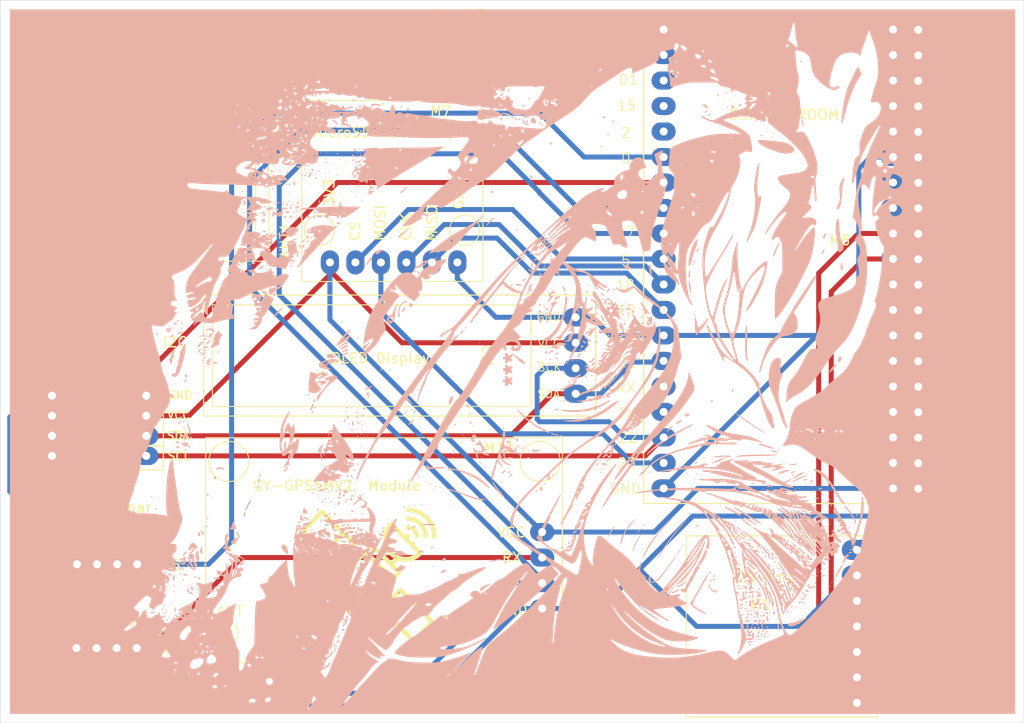
<source format=kicad_pcb>
(kicad_pcb (version 20240108) (generator "pcbnew") (generator_version "8.0")
  (layers (0 "F.Cu" signal) (31 "B.Cu" signal) (34 "B.Paste" user) (35 "F.Paste" user) (36 "B.SilkS" user "B.Silkscreen") (37 "F.SilkS" user "F.Silkscreen") (38 "B.Mask" user) (39 "F.Mask" user) (44 "Edge.Cuts" user))
  (net 0 "")
  (net 1 "GND")
  (net 2 "Net-(M1-DIN)")
  (net 3 "Net-(M1-BCLK)")
  (net 4 "+5V")
  (net 5 "Net-(M1-LRC)")
  (net 6 "+3V3")
  (net 7 "Net-(M2-SDA)")
  (net 8 "Net-(M5-SIG)")
  (net 9 "Net-(M5-NC)")
  (net 10 "Net-(M6-34)")
  (net 11 "Net-(M10-TX)")
  (net 12 "Net-(M6-CMD)")
  (net 14 "Net-(M6-18)")
  (net 16 "Net-(M6-14)")
  (net 17 "Net-(M6-VP)")
  (net 18 "Net-(M6-33)")
  (net 20 "Net-(M6-19)")
  (net 21 "Net-(M6-D3)")
  (net 22 "Net-(M6-35)")
  (net 23 "Net-(M10-RX)")
  (net 24 "Net-(M6-12)")
  (net 26 "Net-(M6-5)")
  (net 27 "Net-(M6-VN)")
  (net 28 "Net-(M6-D2)")
  (net 29 "Net-(M6-13)")
  (net 32 "Net-(M6-32)")
  (net 33 "Net-(M6-EN)")
  (net 35 "Net-(M6-23)")
  (net 37 "Net-(M2-SCK)")
  (footprint "Mario_Library:GY-GPS6MV2_Module" (layer "F.Cu") (at 174.566 87.05 90)
    (property "Reference" "M10" (at 12.2 10.434 0) (layer "F.SilkS"))
    (property "Value" "~" (hide yes))
    (fp_text user "ANT" (at -4.65 -17.766 0) (layer "F.SilkS") (effects (font (thickness 0.1)) (justify left bottom)))
    (fp_text user "VCC" (at 3.2 10.134 0) (layer "F.SilkS") (effects (justify left bottom)))
    (fp_text user "TX" (at -1.85 10.934 0) (layer "F.SilkS") (effects (justify left bottom)))
    (fp_text user "GND" (at -4.55 10.134 0) (layer "F.SilkS") (effects (justify left bottom)))
    (fp_text user "RX" (at 0.7 10.634 0) (layer "F.SilkS") (effects (justify left bottom)))
    (fp_text user "GY-GPS5MV2  Module" (at 7.85 -14.216 0) (layer "F.SilkS") (effects (justify left bottom)))
    (pad "1" thru_hole oval (at -3.81 14.732 90) (size 1.8 2.4) (drill 0.8) (layers "*.Cu" "*.Mask") (net 1 "GND"))
    (pad "2" thru_hole oval (at -1.27 14.732 90) (size 1.8 2.4) (drill 0.8) (layers "*.Cu" "*.Mask") (net 11 "Net-(M10-TX)"))
    (pad "3" thru_hole oval (at 1.27 14.732 90) (size 1.8 2.4) (drill 0.8) (layers "*.Cu" "*.Mask") (net 23 "Net-(M10-RX)"))
    (pad "4" thru_hole oval (at 3.81 14.732 90) (size 1.8 2.4) (drill 0.8) (layers "*.Cu" "*.Mask") (net 6 "+3V3"))
  )
  (footprint "Mario_Library:esp32_extra" (layer "F.Cu") (at 226.52 56.14)
    (property "Reference" "M8" (at -7.575 -1.975 0) (layer "F.SilkS"))
    (property "Value" "~")
    (fp_text user "26" (at 4.33 0.41 0) (layer "F.SilkS") (effects (font (thickness 0.1)) (justify left bottom)))
    (fp_text user "34" (at 4.13 13.21 0) (layer "F.SilkS") (effects (font (thickness 0.1)) (justify left bottom)))
    (fp_text user "13" (at 4.63 -12.24 0) (layer "F.SilkS") (effects (font (thickness 0.1)) (justify left bottom)))
    (fp_text user "25" (at 4.28 3.01 0) (layer "F.SilkS") (effects (font (thickness 0.1)) (justify left bottom)))
    (fp_text user "33" (at 4.18 5.56 0) (layer "F.SilkS") (effects (font (thickness 0.1)) (justify left bottom)))
    (fp_text user "VN" (at 4.13 15.71 0) (layer "F.SilkS") (effects (font (thickness 0.1)) (justify left bottom)))
    (fp_text user "12" (at 4.33 -7.34 0) (layer "F.SilkS") (effects (font (thickness 0.1)) (justify left bottom)))
    (fp_text user "27" (at 4.28 -1.99 0) (layer "F.SilkS") (effects (font (thickness 0.1)) (justify left bottom)))
    (fp_text user "14" (at 4.33 -4.69 0) (layer "F.SilkS") (effects (font (thickness 0.1)) (justify left bottom)))
    (fp_text user "3V3" (at 3.88 23.41 0) (layer "F.SilkS") (effects (font (thickness 0.1)) (justify left bottom)))
    (fp_text user "D3" (at 4.68 -17.29 0) (layer "F.SilkS") (effects (font (thickness 0.1)) (justify left bottom)))
    (fp_text user "EN" (at 4.03 20.81 0) (layer "F.SilkS") (effects (font (thickness 0.1)) (justify left bottom)))
    (fp_text user "35" (at 4.13 10.66 0) (layer "F.SilkS") (effects (font (thickness 0.1)) (justify left bottom)))
    (fp_text user "32" (at 4.18 8.01 0) (layer "F.SilkS") (effects (font (thickness 0.1)) (justify left bottom)))
    (fp_text user "D2" (at 4.78 -14.79 0) (layer "F.SilkS") (effects (font (thickness 0.1)) (justify left bottom)))
    (fp_text user "CMD" (at 4.18 -19.89 0) (layer "F.SilkS") (effects (font (thickness 0.1)) (justify left bottom)))
    (fp_text user "GND" (at 4.18 -9.89 0) (layer "F.SilkS") (effects (font (thickness 0.1)) (justify left bottom)))
    (fp_text user "5V" (at 4.68 -22.34 0) (layer "F.SilkS") (effects (font (thickness 0.1)) (justify left bottom)))
    (fp_text user "VP" (at 4.18 18.21 0) (layer "F.SilkS") (effects (font (thickness 0.1)) (justify left bottom)))
    (pad "1" thru_hole oval (at 0.25 22.78 90) (size 1.8 1.8) (drill 0.8) (layers "*.Cu" "*.Mask") (net 6 "+3V3"))
    (pad "2" thru_hole oval (at 0.25 20.24 90) (size 1.8 1.8) (drill 0.8) (layers "*.Cu" "*.Mask") (net 33 "Net-(M6-EN)"))
    (pad "3" thru_hole oval (at 0.25 17.7 90) (size 1.8 1.8) (drill 0.8) (layers "*.Cu" "*.Mask") (net 17 "Net-(M6-VP)"))
    (pad "4" thru_hole oval (at 0.25 15.16 90) (size 1.8 1.8) (drill 0.8) (layers "*.Cu" "*.Mask") (net 27 "Net-(M6-VN)"))
    (pad "5" thru_hole oval (at 0.25 12.62 90) (size 1.8 1.8) (drill 0.8) (layers "*.Cu" "*.Mask") (net 10 "Net-(M6-34)"))
    (pad "6" thru_hole oval (at 0.25 10.08 90) (size 1.8 1.8) (drill 0.8) (layers "*.Cu" "*.Mask") (net 22 "Net-(M6-35)"))
    (pad "7" thru_hole oval (at 0.25 7.54 90) (size 1.8 1.8) (drill 0.8) (layers "*.Cu" "*.Mask") (net 32 "Net-(M6-32)"))
    (pad "8" thru_hole oval (at 0.25 5 90) (size 1.8 1.8) (drill 0.8) (layers "*.Cu" "*.Mask") (net 18 "Net-(M6-33)"))
    (pad "9" thru_hole oval (at 0.25 2.46 90) (size 1.8 1.8) (drill 0.8) (layers "*.Cu" "*.Mask") (net 2 "Net-(M1-DIN)"))
    (pad "10" thru_hole oval (at 0.25 -0.08 90) (size 1.8 1.8) (drill 0.8) (layers "*.Cu" "*.Mask") (net 3 "Net-(M1-BCLK)"))
    (pad "11" thru_hole oval (at 0.25 -2.62 90) (size 1.8 1.8) (drill 0.8) (layers "*.Cu" "*.Mask") (net 5 "Net-(M1-LRC)"))
    (pad "12" thru_hole oval (at 0.25 -5.16 90) (size 1.8 1.8) (drill 0.8) (layers "*.Cu" "*.Mask") (net 16 "Net-(M6-14)"))
    (pad "13" thru_hole oval (at 0.25 -7.7 90) (size 1.8 1.8) (drill 0.8) (layers "*.Cu" "*.Mask") (net 24 "Net-(M6-12)"))
    (pad "14" thru_hole oval (at 0.25 -10.24 90) (size 1.8 1.8) (drill 0.8) (layers "*.Cu" "*.Mask") (net 1 "GND"))
    (pad "15" thru_hole oval (at 0.25 -12.78 90) (size 1.8 1.8) (drill 0.8) (layers "*.Cu" "*.Mask") (net 29 "Net-(M6-13)"))
    (pad "16" thru_hole oval (at 0.25 -15.32 90) (size 1.8 1.8) (drill 0.8) (layers "*.Cu" "*.Mask") (net 28 "Net-(M6-D2)"))
    (pad "17" thru_hole oval (at 0.25 -17.86 90) (size 1.8 1.8) (drill 0.8) (layers "*.Cu" "*.Mask") (net 21 "Net-(M6-D3)"))
    (pad "18" thru_hole oval (at 0.25 -20.4 90) (size 1.8 1.8) (drill 0.8) (layers "*.Cu" "*.Mask") (net 12 "Net-(M6-CMD)"))
    (pad "19" thru_hole oval (at 0.25 -22.94 90) (size 1.8 1.8) (drill 0.8) (layers "*.Cu" "*.Mask") (net 4 "+5V"))
  )
  (footprint "Mario_Library:GPS_Antenna" (layer "F.Cu") (at 149.55 43.3)
    (property "Reference" "ANT1" (at 14.13 10.88 90) (layer "F.SilkS") (effects (font (thickness 0.1))))
    (property "Value" "~" (hide yes))
    (fp_text user "GPS Antenna" (at -4.93 -8.43 0) (layer "F.SilkS") (effects (justify left bottom)))
  )
  (footprint "Mario_Library:Sonar_updated" (layer "F.Cu") (at 145.95 86.45 180)
    (property "Reference" "M5" (at -6.3 -0.1 0) (layer "F.SilkS"))
    (property "Value" "~")
    (fp_text user "GND" (at 4.45 3.25 0) (layer "F.SilkS") (effects (font (size 0.8 0.8) (thickness 0.15) (bold yes)) (justify left bottom)))
    (fp_text user "VCC" (at 2.2 2.1 0) (layer "F.SilkS") (effects (font (size 0.8 0.8) (thickness 0.15) (bold yes)) (justify left bottom)))
    (fp_text user "TRIG" (at -1.75 2.25 0) (layer "F.SilkS") (effects (font (size 0.8 0.8) (thickness 0.15) (bold yes)) (justify left bottom)))
    (fp_text user "NC" (at -0.15 3.35 0) (layer "F.SilkS") (effects (font (size 0.8 0.8) (thickness 0.15) (bold yes)) (justify left bottom)))
    (pad "1" thru_hole oval (at -3 0 180) (size 1.8 2.4) (drill 0.8) (layers "*.Cu" "*.Mask") (net 8 "Net-(M5-SIG)"))
    (pad "2" thru_hole oval (at -1 0 180) (size 1.8 2.4) (drill 0.8) (layers "*.Cu" "*.Mask") (net 9 "Net-(M5-NC)"))
    (pad "3" thru_hole oval (at 1 0 180) (size 1.8 2.4) (drill 0.8) (layers "*.Cu" "*.Mask") (net 6 "+3V3"))
    (pad "4" thru_hole oval (at 3 0 180) (size 1.8 2.4) (drill 0.8) (layers "*.Cu" "*.Mask") (net 1 "GND"))
  )
  (footprint "Mario_Library:ESP-WROOM-32_Dev_Module_Narrow" (layer "F.Cu") (at 213.72 55.14)
    (property "Reference" "M6" (at -0.12 -18.29 0) (layer "F.SilkS"))
    (property "Value" "~")
    (pad "1" thru_hole oval (at -12.32 -21.97 270) (size 1.8 2.4) (drill 0.8) (layers "*.Cu" "*.Mask"))
    (pad "2" thru_hole oval (at -12.32 -19.43 270) (size 1.8 2.4) (drill 0.8) (layers "*.Cu" "*.Mask"))
    (pad "3" thru_hole oval (at -12.32 -16.89 270) (size 1.8 2.4) (drill 0.8) (layers "*.Cu" "*.Mask"))
    (pad "4" thru_hole oval (at -12.32 -14.35 270) (size 1.8 2.4) (drill 0.8) (layers "*.Cu" "*.Mask"))
    (pad "5" thru_hole oval (at -12.32 -11.81 270) (size 1.8 2.4) (drill 0.8) (layers "*.Cu" "*.Mask"))
    (pad "6" thru_hole oval (at -12.32 -9.27 270) (size 1.8 2.4) (drill 0.8) (layers "*.Cu" "*.Mask") (net 8 "Net-(M5-SIG)"))
    (pad "7" thru_hole oval (at -12.32 -6.73 270) (size 1.8 2.4) (drill 0.8) (layers "*.Cu" "*.Mask") (net 9 "Net-(M5-NC)"))
    (pad "8" thru_hole oval (at -12.32 -4.19 270) (size 1.8 2.4) (drill 0.8) (layers "*.Cu" "*.Mask") (net 11 "Net-(M10-TX)"))
    (pad "9" thru_hole oval (at -12.32 -1.65 270) (size 1.8 2.4) (drill 0.8) (layers "*.Cu" "*.Mask") (net 23 "Net-(M10-RX)"))
    (pad "10" thru_hole oval (at -12.32 0.89 270) (size 1.8 2.4) (drill 0.8) (layers "*.Cu" "*.Mask") (net 26 "Net-(M6-5)"))
    (pad "11" thru_hole oval (at -12.32 3.43 270) (size 1.8 2.4) (drill 0.8) (layers "*.Cu" "*.Mask") (net 14 "Net-(M6-18)"))
    (pad "12" thru_hole oval (at -12.32 5.97 270) (size 1.8 2.4) (drill 0.8) (layers "*.Cu" "*.Mask") (net 20 "Net-(M6-19)"))
    (pad "13" thru_hole oval (at -12.32 8.51 270) (size 1.8 2.4) (drill 0.8) (layers "*.Cu" "*.Mask") (net 1 "GND"))
    (pad "14" thru_hole oval (at -12.32 11.05 270) (size 1.8 2.4) (drill 0.8) (layers "*.Cu" "*.Mask") (net 7 "Net-(M2-SDA)"))
    (pad "15" thru_hole oval (at -12.32 13.59 270) (size 1.8 2.4) (drill 0.8) (layers "*.Cu" "*.Mask"))
    (pad "16" thru_hole oval (at -12.32 16.13 270) (size 1.8 2.4) (drill 0.8) (layers "*.Cu" "*.Mask"))
    (pad "17" thru_hole oval (at -12.32 18.67 270) (size 1.8 2.4) (drill 0.8) (layers "*.Cu" "*.Mask") (net 37 "Net-(M2-SCK)"))
    (pad "18" thru_hole oval (at -12.32 21.21 270) (size 1.8 2.4) (drill 0.8) (layers "*.Cu" "*.Mask") (net 35 "Net-(M6-23)"))
    (pad "19" thru_hole oval (at -12.32 23.75 270) (size 1.8 2.4) (drill 0.8) (layers "*.Cu" "*.Mask") (net 1 "GND"))
    (pad "20" thru_hole oval (at 10.54 23.75 270) (size 1.8 2.4) (drill 0.8) (layers "*.Cu" "*.Mask") (net 6 "+3V3"))
    (pad "21" thru_hole oval (at 10.54 21.21 270) (size 1.8 2.4) (drill 0.8) (layers "*.Cu" "*.Mask") (net 33 "Net-(M6-EN)"))
    (pad "22" thru_hole oval (at 10.54 18.67 270) (size 1.8 2.4) (drill 0.8) (layers "*.Cu" "*.Mask") (net 17 "Net-(M6-VP)"))
    (pad "23" thru_hole oval (at 10.54 16.13 270) (size 1.8 2.4) (drill 0.8) (layers "*.Cu" "*.Mask") (net 27 "Net-(M6-VN)"))
    (pad "24" thru_hole oval (at 10.54 13.59 270) (size 1.8 2.4) (drill 0.8) (layers "*.Cu" "*.Mask") (net 10 "Net-(M6-34)"))
    (pad "25" thru_hole oval (at 10.54 11.05 270) (size 1.8 2.4) (drill 0.8) (layers "*.Cu" "*.Mask") (net 22 "Net-(M6-35)"))
    (pad "26" thru_hole oval (at 10.54 8.51 270) (size 1.8 2.4) (drill 0.8) (layers "*.Cu" "*.Mask") (net 32 "Net-(M6-32)"))
    (pad "27" thru_hole oval (at 10.54 5.97 270) (size 1.8 2.4) (drill 0.8) (layers "*.Cu" "*.Mask") (net 18 "Net-(M6-33)"))
    (pad "28" thru_hole oval (at 10.54 3.43 270) (size 1.8 2.4) (drill 0.8) (layers "*.Cu" "*.Mask") (net 2 "Net-(M1-DIN)"))
    (pad "29" thru_hole oval (at 10.54 0.89 270) (size 1.8 2.4) (drill 0.8) (layers "*.Cu" "*.Mask") (net 3 "Net-(M1-BCLK)"))
    (pad "30" thru_hole oval (at 10.54 -1.65 270) (size 1.8 2.4) (drill 0.8) (layers "*.Cu" "*.Mask") (net 5 "Net-(M1-LRC)"))
    (pad "31" thru_hole oval (at 10.54 -4.19 270) (size 1.8 2.4) (drill 0.8) (layers "*.Cu" "*.Mask") (net 16 "Net-(M6-14)"))
    (pad "32" thru_hole oval (at 10.54 -6.73 270) (size 1.8 2.4) (drill 0.8) (layers "*.Cu" "*.Mask") (net 24 "Net-(M6-12)"))
    (pad "33" thru_hole oval (at 10.54 -9.27 270) (size 1.8 2.4) (drill 0.8) (layers "*.Cu" "*.Mask") (net 1 "GND"))
    (pad "34" thru_hole oval (at 10.54 -11.81 270) (size 1.8 2.4) (drill 0.8) (layers "*.Cu" "*.Mask") (net 29 "Net-(M6-13)"))
    (pad "35" thru_hole oval (at 10.54 -14.35 270) (size 1.8 2.4) (drill 0.8) (layers "*.Cu" "*.Mask") (net 28 "Net-(M6-D2)"))
    (pad "36" thru_hole oval (at 10.54 -16.89 270) (size 1.8 2.4) (drill 0.8) (layers "*.Cu" "*.Mask") (net 21 "Net-(M6-D3)"))
    (pad "37" thru_hole oval (at 10.54 -19.43 270) (size 1.8 2.4) (drill 0.8) (layers "*.Cu" "*.Mask") (net 12 "Net-(M6-CMD)"))
    (pad "38" thru_hole oval (at 10.54 -21.97 270) (size 1.8 2.4) (drill 0.8) (layers "*.Cu" "*.Mask") (net 4 "+5V"))
  )
  (footprint "Mario_Library:I2C_updated" (layer "F.Cu") (at 149.85 72.65 90)
    (property "Reference" "M3" (at 6.25 0 0) (layer "F.SilkS"))
    (property "Value" "~")
    (fp_text user "SDA" (at -1.45 1.95 0) (layer "F.SilkS") (effects (font (size 0.8 0.8) (thickness 0.15) (bold yes)) (justify left bottom)))
    (fp_text user "VCC" (at 0.6 2 0) (layer "F.SilkS") (effects (font (size 0.8 0.8) (thickness 0.15) (bold yes)) (justify left bottom)))
    (fp_text user "SCL" (at -3.5 2.05 0) (layer "F.SilkS") (effects (font (size 0.8 0.8) (thickness 0.15) (bold yes)) (justify left bottom)))
    (fp_text user "GND" (at 2.6 2.05 0) (layer "F.SilkS") (effects (font (size 0.8 0.8) (thickness 0.15) (bold yes)) (justify left bottom)))
    (pad "1" thru_hole oval (at -3 0 90) (size 1.8 2.4) (drill 0.8) (layers "*.Cu" "*.Mask") (net 37 "Net-(M2-SCK)"))
    (pad "2" thru_hole oval (at -1 0 90) (size 1.8 2.4) (drill 0.8) (layers "*.Cu" "*.Mask") (net 7 "Net-(M2-SDA)"))
    (pad "3" thru_hole oval (at 1 0 90) (size 1.8 2.4) (drill 0.8) (layers "*.Cu" "*.Mask") (net 6 "+3V3"))
    (pad "4" thru_hole oval (at 3 0 90) (size 1.8 2.4) (drill 0.8) (layers "*.Cu" "*.Mask") (net 1 "GND"))
  )
  (footprint "Mario_Library:I2S_Amp_updated" (layer "F.Cu") (at 221.13 92.59 90)
    (property "Reference" "M1" (at 2.19 -10.08 0) (layer "F.SilkS"))
    (property "Value" "~")
    (fp_text user "BCLK" (at -5.66 2.07 0) (layer "F.SilkS") (effects (font (thickness 0.1)) (justify left bottom)))
    (fp_text user "GND" (at 4.59 2.12 0) (layer "F.SilkS") (effects (font (thickness 0.1)) (justify left bottom)))
    (fp_text user "VIN" (at 7.09 2.32 0) (layer "F.SilkS") (effects (font (thickness 0.1)) (justify left bottom)))
    (fp_text user "SD" (at 2.09 2.87 0) (layer "F.SilkS") (effects (font (thickness 0.1)) (justify left bottom)))
    (fp_text user "LRC" (at -8.31 2.17 0) (layer "F.SilkS") (effects (font (thickness 0.1)) (justify left bottom)))
    (fp_text user "GAIN" (at -0.51 2.22 0) (layer "F.SilkS") (effects (font (thickness 0.1)) (justify left bottom)))
    (fp_text user "DIN" (at -3.16 2.52 0) (layer "F.SilkS") (effects (font (thickness 0.1)) (justify left bottom)))
    (fp_text user "I2S Amp" (at 4.29 -12.93 0) (layer "F.SilkS") (effects (font (thickness 0.1)) (justify left bottom)))
    (pad "1" thru_hole oval (at -7.67 -0.47 90) (size 2 3) (drill 0.8) (layers "*.Cu" "*.Mask") (net 5 "Net-(M1-LRC)"))
    (pad "2" thru_hole oval (at -5.13 -0.47 90) (size 2 3) (drill 0.8) (layers "*.Cu" "*.Mask") (net 3 "Net-(M1-BCLK)"))
    (pad "3" thru_hole oval (at -2.59 -0.47 90) (size 2 3) (drill 0.8) (layers "*.Cu" "*.Mask") (net 2 "Net-(M1-DIN)"))
    (pad "4" thru_hole oval (at -0.05 -0.47 90) (size 2 3) (drill 0.8) (layers "*.Cu" "*.Mask") (net 1 "GND"))
    (pad "5" thru_hole oval (at 2.49 -0.47 90) (size 2 3) (drill 0.8) (layers "*.Cu" "*.Mask"))
    (pad "6" thru_hole oval (at 5.03 -0.47 90) (size 2 3) (drill 0.8) (layers "*.Cu" "*.Mask") (net 1 "GND"))
    (pad "7" thru_hole oval (at 7.57 -0.47 90) (size 2 3) (drill 0.8) (layers "*.Cu" "*.Mask") (net 4 "+5V"))
  )
  (footprint "Mario_Library:Micro_SD_Card_Adapter" (layer "F.Cu") (at 174.527 49.25)
    (property "Reference" "M7" (at 4.65 -7.95 0) (layer "F.SilkS"))
    (property "Value" "~" (hide yes))
    (fp_text user "GND" (at 7.01 1.94 90) (layer "F.SilkS") (effects (justify left bottom)))
    (fp_text user "MISO" (at 4.4 5.11 90) (layer "F.SilkS") (effects (justify left bottom)))
    (fp_text user "CLK" (at 1.778 5.08 90) (layer "F.SilkS") (effects (justify left bottom)))
    (fp_text user "CS" (at -3.302 5.08 90) (layer "F.SilkS") (effects (justify left bottom)))
    (fp_text user "3V3" (at -5.84 1.654286 90) (layer "F.SilkS") (effects (justify left bottom)))
    (fp_text user "MicroSD Card Adapter" (at -8.3 -5.25 0) (layer "F.SilkS") (effects (justify left bottom)))
    (fp_text user "MOSI" (at -0.79049 5.08 90) (layer "F.SilkS") (effects (justify left bottom)))
    (pad "1" thru_hole oval (at -6.37849 7.12253) (size 1.8 2.4) (drill 0.8) (layers "*.Cu" "*.Mask") (net 6 "+3V3"))
    (pad "2" thru_hole oval (at -3.83849 7.12253) (size 1.8 2.4) (drill 0.8) (layers "*.Cu" "*.Mask") (net 26 "Net-(M6-5)"))
    (pad "3" thru_hole oval (at -1.29849 7.12253) (size 1.8 2.4) (drill 0.8) (layers "*.Cu" "*.Mask") (net 35 "Net-(M6-23)"))
    (pad "4" thru_hole oval (at 1.24151 7.12253) (size 1.8 2.4) (drill 0.8) (layers "*.Cu" "*.Mask") (net 14 "Net-(M6-18)"))
    (pad "5" thru_hole oval (at 3.78151 7.12253) (size 1.8 2.4) (drill 0.8) (layers "*.Cu" "*.Mask") (net 20 "Net-(M6-19)"))
    (pad "6" thru_hole oval (at 6.32151 7.12253) (size 1.8 2.4) (drill 0.8) (layers "*.Cu" "*.Mask") (net 1 "GND"))
  )
  (footprint "Mario_Library:I2C_updated" (layer "F.Cu") (at 140.45 72.65 90)
    (property "Reference" "M4" (at 6.2 0 0) (layer "F.SilkS"))
    (property "Value" "~")
    (fp_text user "VCC" (at 0.6 1.95 0) (layer "F.SilkS") (effects (font (size 0.8 0.8) (thickness 0.15) (bold yes)) (justify left bottom)))
    (fp_text user "SCL" (at -3.5 2 0) (layer "F.SilkS") (effects (font (size 0.8 0.8) (thickness 0.15) (bold yes)) (justify left bottom)))
    (fp_text user "GND" (at 2.55 1.95 0) (layer "F.SilkS") (effects (font (size 0.8 0.8) (thickness 0.15) (bold yes)) (justify left bottom)))
    (fp_text user "SDA" (at -1.35 1.95 0) (layer "F.SilkS") (effects (font (size 0.8 0.8) (thickness 0.15) (bold yes)) (justify left bottom)))
    (pad "1" thru_hole oval (at -3 0 90) (size 1.8 2.4) (drill 0.8) (layers "*.Cu" "*.Mask") (net 37 "Net-(M2-SCK)"))
    (pad "2" thru_hole oval (at -1 0 90) (size 1.8 2.4) (drill 0.8) (layers "*.Cu" "*.Mask") (net 7 "Net-(M2-SDA)"))
    (pad "3" thru_hole oval (at 1 0 90) (size 1.8 2.4) (drill 0.8) (layers "*.Cu" "*.Mask") (net 6 "+3V3"))
    (pad "4" thru_hole oval (at 3 0 90) (size 1.8 2.4) (drill 0.8) (layers "*.Cu" "*.Mask") (net 1 "GND"))
  )
  (footprint "Mario_Library:UART Grove Connector" (layer "F.Cu") (at 145.9 94.8)
    (property "Reference" "M9" (at 6.4 0.25 0) (layer "F.SilkS"))
    (property "Value" "~")
    (fp_text user "GND" (at -4.3 2.7 0) (layer "F.SilkS") (effects (font (size 0.8 0.8) (thickness 0.15) (bold yes)) (justify left bottom)))
    (fp_text user "RX" (at 2.15 3.7 0) (layer "F.SilkS") (effects (font (size 0.8 0.8) (thickness 0.15) (bold yes)) (justify left bottom)))
    (fp_text user "VCC" (at -2.2 3.8 0) (layer "F.SilkS") (effects (font (size 0.8 0.8) (thickness 0.15) (bold yes)) (justify left bottom)))
    (fp_text user "TX" (at 0.2 2.7 0) (layer "F.SilkS") (effects (font (size 0.8 0.8) (thickness 0.15) (bold yes)) (justify left bottom)))
    (pad "1" thru_hole oval (at 3 0) (size 1.8 2.4) (drill 0.8) (layers "*.Cu" "*.Mask") (net 23 "Net-(M10-RX)"))
    (pad "2" thru_hole oval (at 1 0) (size 1.8 2.4) (drill 0.8) (layers "*.Cu" "*.Mask") (net 11 "Net-(M10-TX)"))
    (pad "3" thru_hole oval (at -1 0) (size 1.8 2.4) (drill 0.8) (layers "*.Cu" "*.Mask") (net 6 "+3V3"))
    (pad "4" thru_hole oval (at -3 0) (size 1.8 2.4) (drill 0.8) (layers "*.Cu" "*.Mask") (net 1 "GND"))
  )
  (footprint "Mario_Library:OLED_I2C" (layer "F.Cu") (at 175.845 65.15 -90)
    (property "Reference" "M2" (at 0.45 -8.1 -90) (layer "F.SilkS"))
    (property "Value" "~")
    (fp_text user "SDA" (at 4.8 -12.905 0) (layer "F.SilkS") (effects (font (size 0.8 0.8) (thickness 0.1)) (justify left bottom)))
    (fp_text user "GND" (at -2.9 -12.805 0) (layer "F.SilkS") (effects (font (size 0.8 0.8) (thickness 0.1)) (justify left bottom)))
    (fp_text user "SCK" (at 2.15 -12.955 0) (layer "F.SilkS") (effects (font (size 0.8 0.8) (thickness 0.1)) (justify left bottom)))
    (fp_text user "VCC" (at -0.2 -12.955 0) (layer "F.SilkS") (effects (font (size 0.8 0.8) (thickness 0.1)) (justify left bottom)))
    (pad "1" thru_hole oval (at -3.31 -16.79 270) (size 1.8 2.4) (drill 0.8) (layers "*.Cu" "*.Mask") (net 1 "GND"))
    (pad "2" thru_hole oval (at -0.77 -16.79 270) (size 1.8 2.4) (drill 0.8) (layers "*.Cu" "*.Mask") (net 6 "+3V3"))
    (pad "3" thru_hole oval (at 1.77 -16.79 270) (size 1.8 2.4) (drill 0.8) (layers "*.Cu" "*.Mask") (net 37 "Net-(M2-SCK)"))
    (pad "4" thru_hole oval (at 4.31 -16.79 270) (size 1.8 2.4) (drill 0.8) (layers "*.Cu" "*.Mask") (net 7 "Net-(M2-SDA)"))
  )
  (footprint "Mario_Library:Ninja" (layer "B.Cu") (at 186.35 66.3 90)
    (property "Reference" "G***" (at 0 0 90) (layer "B.SilkS") (effects (font (size 1.5 1.5) (thickness 0.3)) (justify mirror)))
    (property "Value" "LOGO" (hide yes))
  )
  (gr_rect (start 135.3 30.25) (end 237.3 102.25) (stroke (width 0.05)) (fill none) (layer "Edge.Cuts"))
  (gr_text "D0" (at 196.7 36.35 0) (layer "F.SilkS") (effects (font (size 1 1) (thickness 0.1)) (justify left bottom)))
  (gr_text "5" (at 197.1 56.8 0) (layer "F.SilkS") (effects (font (size 1 1) (thickness 0.1)) (justify left bottom)))
  (gr_text "2" (at 197.05 44.05 0) (layer "F.SilkS") (effects (font (size 1 1) (thickness 0.1)) (justify left bottom)))
  (gr_text "21" (at 196.75 66.9 0) (layer "F.SilkS") (effects (font (size 1 1) (thickness 0.1)) (justify left bottom)))
  (gr_text "Grove Sonar" (at 141.1 81.35 0) (layer "F.SilkS") (effects (font (size 1 1)) (justify left bottom)))
  (gr_text "16" (at 196.7 51.45 0) (layer "F.SilkS") (effects (font (size 1 1) (thickness 0.1)) (justify left bottom)))
  (gr_text "19" (at 196.65 61.7 0) (layer "F.SilkS") (effects (font (size 1 1) (thickness 0.1)) (justify left bottom)))
  (gr_text "Metsubushi_V1.1" (at 173.5 32.6 0) (layer "F.SilkS") (effects (font (size 1.2 1.2) (thickness 0.2) (bold yes)) (justify left bottom)))
  (gr_text "17" (at 196.6 53.95 0) (layer "F.SilkS") (effects (font (size 1 1) (thickness 0.1)) (justify left bottom)))
  (gr_text "RX" (at 196.6 69.45 0) (layer "F.SilkS") (effects (font (size 1 1) (thickness 0.1)) (justify left bottom)))
  (gr_text "Grove I2C" (at 146.5 64.9 0) (layer "F.SilkS") (effects (font (size 1 1)) (justify left bottom)))
  (gr_text "TX" (at 196.8 72 0) (layer "F.SilkS") (effects (font (size 1 1) (thickness 0.1)) (justify left bottom)))
  (gr_text "4" (at 197.05 49.1 0) (layer "F.SilkS") (effects (font (size 1 1) (thickness 0.1)) (justify left bottom)))
  (gr_text "22" (at 196.8 74.45 0) (layer "F.SilkS") (effects (font (size 1 1) (thickness 0.1)) (justify left bottom)))
  (gr_text "18" (at 196.55 59.2 0) (layer "F.SilkS") (effects (font (size 1 1) (thickness 0.1)) (justify left bottom)))
  (gr_text "CLK" (at 196.2 33.75 0) (layer "F.SilkS") (effects (font (size 1 1) (thickness 0.1)) (justify left bottom)))
  (gr_text "15" (at 196.7 41.35 0) (layer "F.SilkS") (effects (font (size 1 1) (thickness 0.1)) (justify left bottom)))
  (gr_text "Grove UART" (at 141.4 92.7 0) (layer "F.SilkS") (effects (font (size 1 1)) (justify left bottom)))
  (gr_text "GND" (at 196.3 64.3 0) (layer "F.SilkS") (effects (font (size 1 1) (thickness 0.1)) (justify left bottom)))
  (gr_text "23" (at 196.7 76.95 0) (layer "F.SilkS") (effects (font (size 1 1) (thickness 0.1)) (justify left bottom)))
  (gr_text "D1" (at 196.85 38.75 0) (layer "F.SilkS") (effects (font (size 1 1) (thickness 0.1)) (justify left bottom)))
  (gr_text "ESP32 WROOM" (at 207.9 42.25 0) (layer "F.SilkS") (effects (font (size 1 1)) (justify left bottom)))
  (gr_text "OLED Display" (at 168.1 66.5 0) (layer "F.SilkS") (effects (font (size 1 1)) (justify left bottom)))
  (gr_text "GND" (at 196 79.5 0) (layer "F.SilkS") (effects (font (size 1 1) (thickness 0.1)) (justify left bottom)))
  (gr_text "Grove I2C" (at 136.55 65.05 0) (layer "F.SilkS") (effects (font (size 1 1)) (justify left bottom)))
  (gr_text "0" (at 197.1 46.6 0) (layer "F.SilkS") (effects (font (size 1 1) (thickness 0.1)) (justify left bottom)))
  (segment (start 226.74 45.87) (end 226.77 45.9) (width 1.5) (layer "F.Cu") (net 1))
  (segment (start 142.95 86.45) (end 142.95 85.9) (width 0.5) (layer "B.Cu") (net 1))
  (segment (start 229.8 81.65) (end 233.45 78) (width 0.5) (layer "B.Cu") (net 1))
  (segment (start 201.4 78.89) (end 216.57 63.72) (width 0.5) (layer "B.Cu") (net 1))
  (segment (start 220.08 87.56) (end 215 92.64) (width 0.5) (layer "B.Cu") (net 1))
  (segment (start 204.69 92.64) (end 199 86.95) (width 0.5) (layer "B.Cu") (net 1))
  (segment (start 149.85 69.65) (end 140.45 69.65) (width 0.5) (layer "B.Cu") (net 1))
  (segment (start 177.5 100.45) (end 187.09 90.86) (width 0.5) (layer "B.Cu") (net 1))
  (segment (start 220.85 47.05) (end 222.03 45.87) (width 0.5) (layer "B.Cu") (net 1))
  (segment (start 215.25 92.64) (end 215 92.64) (width 0.5) (layer "B.Cu") (net 1))
  (segment (start 145.8 100.45) (end 177.5 100.45) (width 0.5) (layer "B.Cu") (net 1))
  (segment (start 196.1 63.65) (end 194.29 61.84) (width 0.5) (layer "B.Cu") (net 1))
  (segment (start 233.45 48.95) (end 230.4 45.9) (width 0.5) (layer "B.Cu") (net 1))
  (segment (start 180.84851 57.99851) (end 184.69 61.84) (width 0.5) (layer "B.Cu") (net 1))
  (segment (start 142.9 94.8) (end 142.9 97.55) (width 0.5) (layer "B.Cu") (net 1))
  (segment (start 142.95 85.9) (end 136.25 79.2) (width 0.5) (layer "B.Cu") (net 1))
  (segment (start 220.85 59.44) (end 220.85 47.05) (width 0.5) (layer "B.Cu") (net 1))
  (segment (start 184.69 61.84) (end 192.635 61.84) (width 0.5) (layer "B.Cu") (net 1))
  (segment (start 142.95 94.75) (end 142.9 94.8) (width 0.5) (layer "B.Cu") (net 1))
  (segment (start 216.57 63.72) (end 220.85 59.44) (width 0.5) (layer "B.Cu") (net 1))
  (segment (start 215 92.64) (end 204.69 92.64) (width 0.5) (layer "B.Cu") (net 1))
  (segment (start 142.95 86.45) (end 142.95 94.75) (width 0.5) (layer "B.Cu") (net 1))
  (segment (start 136.25 71.8) (end 138.4 69.65) (width 0.5) (layer "B.Cu") (net 1))
  (segment (start 196.1 63.65) (end 201.4 63.65) (width 0.5) (layer "B.Cu") (net 1))
  (segment (start 189.298 90.86) (end 195.09 90.86) (width 0.5) (layer "B.Cu") (net 1))
  (segment (start 222.03 45.87) (end 224.26 45.87) (width 0.5) (layer "B.Cu") (net 1))
  (segment (start 201.4 63.65) (end 216.5 63.65) (width 0.5) (layer "B.Cu") (net 1))
  (segment (start 220.66 92.64) (end 215.25 92.64) (width 0.5) (layer "B.Cu") (net 1))
  (segment (start 216.5 63.65) (end 216.57 63.72) (width 0.5) (layer "B.Cu") (net 1))
  (segment (start 136.25 79.2) (end 136.25 71.8) (width 0.5) (layer "B.Cu") (net 1))
  (segment (start 142.9 97.55) (end 145.8 100.45) (width 0.5) (layer "B.Cu") (net 1))
  (segment (start 233.45 78) (end 233.45 48.95) (width 0.5) (layer "B.Cu") (net 1))
  (segment (start 195.09 90.86) (end 199 86.95) (width 0.5) (layer "B.Cu") (net 1))
  (segment (start 180.84851 56.37253) (end 180.84851 57.99851) (width 0.5) (layer "B.Cu") (net 1))
  (segment (start 224.26 45.87) (end 226.74 45.87) (width 0.5) (layer "B.Cu") (net 1))
  (segment (start 226.74 45.87) (end 226.77 45.9) (width 0.5) (layer "B.Cu") (net 1))
  (segment (start 187.09 90.86) (end 189.298 90.86) (width 0.5) (layer "B.Cu") (net 1))
  (segment (start 220.66 87.56) (end 220.08 87.56) (width 0.5) (layer "B.Cu") (net 1))
  (segment (start 199 86.95) (end 204.3 81.65) (width 0.5) (layer "B.Cu") (net 1))
  (segment (start 204.3 81.65) (end 229.8 81.65) (width 0.5) (layer "B.Cu") (net 1))
  (segment (start 194.29 61.84) (end 192.635 61.84) (width 0.5) (layer "B.Cu") (net 1))
  (segment (start 230.4 45.9) (end 226.77 45.9) (width 0.5) (layer "B.Cu") (net 1))
  (segment (start 138.4 69.65) (end 140.45 69.65) (width 0.5) (layer "B.Cu") (net 1))
  (segment (start 227.97 59.8) (end 233.1 59.8) (width 0.5) (layer "F.Cu") (net 2))
  (segment (start 222.47 95.18) (end 220.66 95.18) (width 0.5) (layer "F.Cu") (net 2))
  (segment (start 233.1 59.8) (end 235.15 61.85) (width 0.5) (layer "F.Cu") (net 2))
  (segment (start 226.74 58.57) (end 226.77 58.6) (width 1.5) (layer "F.Cu") (net 2))
  (segment (start 235.15 82.5) (end 222.47 95.18) (width 0.5) (layer "F.Cu") (net 2))
  (segment (start 235.15 61.85) (end 235.15 82.5) (width 0.5) (layer "F.Cu") (net 2))
  (segment (start 226.77 58.6) (end 227.97 59.8) (width 0.5) (layer "F.Cu") (net 2))
  (segment (start 226.74 58.57) (end 226.77 58.6) (width 0.5) (layer "B.Cu") (net 2))
  (segment (start 224.26 58.57) (end 226.74 58.57) (width 0.5) (layer "B.Cu") (net 2))
  (segment (start 219.62 97.72) (end 220.66 97.72) (width 0.5) (layer "F.Cu") (net 3))
  (segment (start 224.26 56.03) (end 221.37 56.03) (width 0.5) (layer "F.Cu") (net 3))
  (segment (start 221.37 56.03) (end 218.1 59.3) (width 0.5) (layer "F.Cu") (net 3))
  (segment (start 218.1 96.2) (end 219.62 97.72) (width 0.5) (layer "F.Cu") (net 3))
  (segment (start 218.1 59.3) (end 218.1 96.2) (width 0.5) (layer "F.Cu") (net 3))
  (segment (start 226.74 56.03) (end 226.77 56.06) (width 1.5) (layer "F.Cu") (net 3))
  (segment (start 226.74 56.03) (end 226.77 56.06) (width 0.5) (layer "B.Cu") (net 3))
  (segment (start 224.26 56.03) (end 226.74 56.03) (width 0.5) (layer "B.Cu") (net 3))
  (segment (start 220.66 97.72) (end 220.33 97.72) (width 0.5) (layer "B.Cu") (net 3))
  (segment (start 226.74 33.17) (end 226.77 33.2) (width 1.5) (layer "F.Cu") (net 4))
  (segment (start 226.77 33.2) (end 232.9 33.2) (width 0.5) (layer "B.Cu") (net 4))
  (segment (start 224.26 33.17) (end 226.74 33.17) (width 0.5) (layer "B.Cu") (net 4))
  (segment (start 232.9 33.2) (end 235 35.3) (width 0.5) (layer "B.Cu") (net 4))
  (segment (start 235 35.3) (end 235 78.6) (width 0.5) (layer "B.Cu") (net 4))
  (segment (start 228.58 85.02) (end 220.66 85.02) (width 0.5) (layer "B.Cu") (net 4))
  (segment (start 226.74 33.17) (end 226.77 33.2) (width 0.5) (layer "B.Cu") (net 4))
  (segment (start 235 78.6) (end 228.58 85.02) (width 0.5) (layer "B.Cu") (net 4))
  (segment (start 216.85 96.95) (end 220.16 100.26) (width 0.5) (layer "F.Cu") (net 5))
  (segment (start 224.26 53.49) (end 220.81 53.49) (width 0.5) (layer "F.Cu") (net 5))
  (segment (start 226.74 53.49) (end 226.77 53.52) (width 1.5) (layer "F.Cu") (net 5))
  (segment (start 220.81 53.49) (end 216.85 57.45) (width 0.5) (layer "F.Cu") (net 5))
  (segment (start 220.16 100.26) (end 220.66 100.26) (width 0.5) (layer "F.Cu") (net 5))
  (segment (start 216.85 57.45) (end 216.85 96.95) (width 0.5) (layer "F.Cu") (net 5))
  (segment (start 224.26 53.49) (end 226.74 53.49) (width 0.5) (layer "B.Cu") (net 5))
  (segment (start 226.74 53.49) (end 226.77 53.52) (width 0.5) (layer "B.Cu") (net 5))
  (segment (start 175.33 64.38) (end 168.14851 57.19851) (width 0.5) (layer "F.Cu") (net 6))
  (segment (start 168.14851 57.60149) (end 168.14851 56.37253) (width 0.5) (layer "F.Cu") (net 6))
  (segment (start 168.14851 57.19851) (end 168.14851 56.37253) (width 0.5) (layer "F.Cu") (net 6))
  (segment (start 192.635 64.38) (end 175.33 64.38) (width 0.5) (layer "F.Cu") (net 6))
  (segment (start 226.74 78.89) (end 226.77 78.92) (width 1.5) (layer "F.Cu") (net 6))
  (segment (start 154.1 71.65) (end 168.14851 57.60149) (width 0.5) (layer "F.Cu") (net 6))
  (segment (start 149.85 71.65) (end 154.1 71.65) (width 0.5) (layer "F.Cu") (net 6))
  (segment (start 200.46 83.24) (end 204.81 78.89) (width 0.5) (layer "B.Cu") (net 6))
  (segment (start 204.81 78.89) (end 224.26 78.89) (width 0.5) (layer "B.Cu") (net 6))
  (segment (start 144.95 94.75) (end 144.9 94.8) (width 0.5) (layer "B.Cu") (net 6))
  (segment (start 137.95 71.65) (end 140.45 71.65) (width 0.5) (layer "B.Cu") (net 6))
  (segment (start 149.85 71.65) (end 140.45 71.65) (width 0.5) (layer "B.Cu") (net 6))
  (segment (start 168.14851 62.09051) (end 189.298 83.24) (width 0.5) (layer "B.Cu") (net 6))
  (segment (start 189.298 83.24) (end 200.46 83.24) (width 0.5) (layer "B.Cu") (net 6))
  (segment (start 224.26 78.89) (end 226.74 78.89) (width 0.5) (layer "B.Cu") (net 6))
  (segment (start 226.74 78.89) (end 226.77 78.92) (width 0.5) (layer "B.Cu") (net 6))
  (segment (start 144.95 85.65) (end 137.1 77.8) (width 0.5) (layer "B.Cu") (net 6))
  (segment (start 149.775 71.305) (end 149.875 71.405) (width 0.5) (layer "B.Cu") (net 6))
  (segment (start 137.1 77.8) (end 137.1 72.5) (width 0.5) (layer "B.Cu") (net 6))
  (segment (start 144.95 86.45) (end 144.95 85.65) (width 0.5) (layer "B.Cu") (net 6))
  (segment (start 168.14851 56.37253) (end 168.14851 62.09051) (width 0.5) (layer "B.Cu") (net 6))
  (segment (start 144.95 86.45) (end 144.95 94.75) (width 0.5) (layer "B.Cu") (net 6))
  (segment (start 137.1 72.5) (end 137.95 71.65) (width 0.5) (layer "B.Cu") (net 6))
  (segment (start 149.85 73.65) (end 186.15 73.65) (width 0.5) (layer "F.Cu") (net 7))
  (segment (start 190.34 69.46) (end 192.635 69.46) (width 0.5) (layer "F.Cu") (net 7))
  (segment (start 186.15 73.65) (end 190.34 69.46) (width 0.5) (layer "F.Cu") (net 7))
  (segment (start 198.3 66.3) (end 201.29 66.3) (width 0.5) (layer "B.Cu") (net 7))
  (segment (start 149.775 73.845) (end 149.875 73.945) (width 0.5) (layer "B.Cu") (net 7))
  (segment (start 195.14 69.46) (end 198.3 66.3) (width 0.5) (layer "B.Cu") (net 7))
  (segment (start 149.85 73.65) (end 140.45 73.65) (width 0.5) (layer "B.Cu") (net 7))
  (segment (start 201.29 66.3) (end 201.4 66.19) (width 0.5) (layer "B.Cu") (net 7))
  (segment (start 192.635 69.46) (end 195.14 69.46) (width 0.5) (layer "B.Cu") (net 7))
  (segment (start 193.47 45.87) (end 201.4 45.87) (width 0.5) (layer "B.Cu") (net 8))
  (segment (start 148.95 86.45) (end 156.05 86.45) (width 0.5) (layer "B.Cu") (net 8))
  (segment (start 158.35 84.15) (end 158.35 45.55) (width 0.5) (layer "B.Cu") (net 8))
  (segment (start 156.05 86.45) (end 158.35 84.15) (width 0.5) (layer "B.Cu") (net 8))
  (segment (start 162.4 41.5) (end 189.1 41.5) (width 0.5) (layer "B.Cu") (net 8))
  (segment (start 158.35 45.55) (end 162.4 41.5) (width 0.5) (layer "B.Cu") (net 8))
  (segment (start 189.1 41.5) (end 193.47 45.87) (width 0.5) (layer "B.Cu") (net 8))
  (segment (start 146.95 70.340812) (end 168.880812 48.41) (width 0.5) (layer "F.Cu") (net 9))
  (segment (start 146.95 86.45) (end 146.95 70.340812) (width 0.5) (layer "F.Cu") (net 9))
  (segment (start 168.880812 48.41) (end 201.4 48.41) (width 0.5) (layer "F.Cu") (net 9))
  (segment (start 226.74 68.73) (end 226.77 68.76) (width 1.5) (layer "F.Cu") (net 10))
  (segment (start 226.74 68.73) (end 226.77 68.76) (width 0.5) (layer "B.Cu") (net 10))
  (segment (start 224.26 68.73) (end 226.74 68.73) (width 0.5) (layer "B.Cu") (net 10))
  (segment (start 160.15 58.85) (end 160.15 48.25) (width 0.5) (layer "B.Cu") (net 11))
  (segment (start 192.85 50.95) (end 201.4 50.95) (width 0.5) (layer "B.Cu") (net 11))
  (segment (start 186.58 88.32) (end 189.298 88.32) (width 0.5) (layer "B.Cu") (net 11))
  (segment (start 165.2 43.2) (end 185.1 43.2) (width 0.5) (layer "B.Cu") (net 11))
  (segment (start 146.9 98.55) (end 147.65 99.3) (width 0.5) (layer "B.Cu") (net 11))
  (segment (start 175.6 99.3) (end 186.58 88.32) (width 0.5) (layer "B.Cu") (net 11))
  (segment (start 189.298 88.32) (end 189.298 87.998) (width 0.5) (layer "B.Cu") (net 11))
  (segment (start 160.15 48.25) (end 165.2 43.2) (width 0.5) (layer "B.Cu") (net 11))
  (segment (start 185.1 43.2) (end 192.85 50.95) (width 0.5) (layer "B.Cu") (net 11))
  (segment (start 147.65 99.3) (end 175.6 99.3) (width 0.5) (layer "B.Cu") (net 11))
  (segment (start 189.298 87.998) (end 160.15 58.85) (width 0.5) (layer "B.Cu") (net 11))
  (segment (start 146.9 94.8) (end 146.9 98.55) (width 0.5) (layer "B.Cu") (net 11))
  (segment (start 226.74 35.71) (end 226.77 35.74) (width 1.5) (layer "F.Cu") (net 12))
  (segment (start 226.74 35.71) (end 226.77 35.74) (width 0.5) (layer "B.Cu") (net 12))
  (segment (start 224.26 35.71) (end 226.74 35.71) (width 0.5) (layer "B.Cu") (net 12))
  (segment (start 189.13 56.73) (end 199.56 56.73) (width 0.5) (layer "B.Cu") (net 14))
  (segment (start 185 52.6) (end 189.13 56.73) (width 0.5) (layer "B.Cu") (net 14))
  (segment (start 199.56 56.73) (end 201.4 58.57) (width 0.5) (layer "B.Cu") (net 14))
  (segment (start 179.54104 52.6) (end 185 52.6) (width 0.5) (layer "B.Cu") (net 14))
  (segment (start 175.76851 56.37253) (end 179.54104 52.6) (width 0.5) (layer "B.Cu") (net 14))
  (segment (start 226.74 50.95) (end 226.77 50.98) (width 1.5) (layer "F.Cu") (net 16))
  (segment (start 226.74 50.95) (end 226.77 50.98) (width 0.5) (layer "B.Cu") (net 16))
  (segment (start 224.26 50.95) (end 226.74 50.95) (width 0.5) (layer "B.Cu") (net 16))
  (segment (start 226.74 73.81) (end 226.77 73.84) (width 1.5) (layer "F.Cu") (net 17))
  (segment (start 224.26 73.81) (end 226.74 73.81) (width 0.5) (layer "B.Cu") (net 17))
  (segment (start 226.74 73.81) (end 226.77 73.84) (width 0.5) (layer "B.Cu") (net 17))
  (segment (start 226.74 61.11) (end 226.77 61.14) (width 1.5) (layer "F.Cu") (net 18))
  (segment (start 224.26 61.11) (end 226.74 61.11) (width 0.5) (layer "B.Cu") (net 18))
  (segment (start 226.74 61.11) (end 226.77 61.14) (width 0.5) (layer "B.Cu") (net 18))
  (segment (start 180.73104 53.95) (end 184.8 53.95) (width 0.5) (layer "B.Cu") (net 20))
  (segment (start 188.28 57.43) (end 197.72 57.43) (width 0.5) (layer "B.Cu") (net 20))
  (segment (start 197.72 57.43) (end 201.4 61.11) (width 0.5) (layer "B.Cu") (net 20))
  (segment (start 178.30851 56.37253) (end 180.73104 53.95) (width 0.5) (layer "B.Cu") (net 20))
  (segment (start 184.8 53.95) (end 188.28 57.43) (width 0.5) (layer "B.Cu") (net 20))
  (segment (start 226.74 38.25) (end 226.77 38.28) (width 1.5) (layer "F.Cu") (net 21))
  (segment (start 226.74 38.25) (end 226.77 38.28) (width 0.5) (layer "B.Cu") (net 21))
  (segment (start 224.26 38.25) (end 226.74 38.25) (width 0.5) (layer "B.Cu") (net 21))
  (segment (start 226.74 66.19) (end 226.77 66.22) (width 1.5) (layer "F.Cu") (net 22))
  (segment (start 226.74 66.19) (end 226.77 66.22) (width 0.5) (layer "B.Cu") (net 22))
  (segment (start 224.26 66.19) (end 226.74 66.19) (width 0.5) (layer "B.Cu") (net 22))
  (segment (start 150.35 94.8) (end 159.37 85.78) (width 0.5) (layer "F.Cu") (net 23))
  (segment (start 159.37 85.78) (end 189.298 85.78) (width 0.5) (layer "F.Cu") (net 23))
  (segment (start 148.9 94.8) (end 150.35 94.8) (width 0.5) (layer "F.Cu") (net 23))
  (segment (start 163.1 59.582) (end 163.1 48.7) (width 0.5) (layer "B.Cu") (net 23))
  (segment (start 185.2 45.55) (end 189 49.35) (width 0.5) (layer "B.Cu") (net 23))
  (segment (start 193.09 53.49) (end 201.4 53.49) (width 0.5) (layer "B.Cu") (net 23))
  (segment (start 163.1 48.7) (end 166.25 45.55) (width 0.5) (layer "B.Cu") (net 23))
  (segment (start 189.298 85.78) (end 163.1 59.582) (width 0.5) (layer "B.Cu") (net 23))
  (segment (start 166.25 45.55) (end 185.2 45.55) (width 0.5) (layer "B.Cu") (net 23))
  (segment (start 189 49.4) (end 193.09 53.49) (width 0.5) (layer "B.Cu") (net 23))
  (segment (start 189 49.35) (end 189 49.4) (width 0.5) (layer "B.Cu") (net 23))
  (segment (start 226.74 48.41) (end 226.77 48.44) (width 1.5) (layer "F.Cu") (net 24))
  (segment (start 226.74 48.41) (end 226.77 48.44) (width 0.5) (layer "B.Cu") (net 24))
  (segment (start 224.26 48.41) (end 226.74 48.41) (width 0.5) (layer "B.Cu") (net 24))
  (segment (start 170.68851 56.37253) (end 175.96104 51.1) (width 0.5) (layer "B.Cu") (net 26))
  (segment (start 175.96104 51.1) (end 186.35 51.1) (width 0.5) (layer "B.Cu") (net 26))
  (segment (start 191.28 56.03) (end 201.4 56.03) (width 0.5) (layer "B.Cu") (net 26))
  (segment (start 186.35 51.1) (end 191.28 56.03) (width 0.5) (layer "B.Cu") (net 26))
  (segment (start 226.74 71.27) (end 226.77 71.3) (width 1.5) (layer "F.Cu") (net 27))
  (segment (start 224.26 71.27) (end 226.74 71.27) (width 0.5) (layer "B.Cu") (net 27))
  (segment (start 226.74 71.27) (end 226.77 71.3) (width 0.5) (layer "B.Cu") (net 27))
  (segment (start 226.74 40.79) (end 226.77 40.82) (width 1.5) (layer "F.Cu") (net 28))
  (segment (start 226.74 40.79) (end 226.77 40.82) (width 0.5) (layer "B.Cu") (net 28))
  (segment (start 224.26 40.79) (end 226.74 40.79) (width 0.5) (layer "B.Cu") (net 28))
  (segment (start 226.74 43.33) (end 226.77 43.36) (width 1.5) (layer "F.Cu") (net 29))
  (segment (start 224.26 43.33) (end 226.74 43.33) (width 0.5) (layer "B.Cu") (net 29))
  (segment (start 226.74 43.33) (end 226.77 43.36) (width 0.5) (layer "B.Cu") (net 29))
  (segment (start 226.74 63.65) (end 226.77 63.68) (width 1.5) (layer "F.Cu") (net 32))
  (segment (start 226.74 63.65) (end 226.77 63.68) (width 0.5) (layer "B.Cu") (net 32))
  (segment (start 224.26 63.65) (end 226.74 63.65) (width 0.5) (layer "B.Cu") (net 32))
  (segment (start 226.74 76.35) (end 226.77 76.38) (width 1.5) (layer "F.Cu") (net 33))
  (segment (start 224.26 76.35) (end 226.74 76.35) (width 0.5) (layer "B.Cu") (net 33))
  (segment (start 226.74 76.35) (end 226.77 76.38) (width 0.5) (layer "B.Cu") (net 33))
  (segment (start 185.35 73.45) (end 195.35 73.45) (width 0.5) (layer "B.Cu") (net 35))
  (segment (start 198.25 76.35) (end 201.4 76.35) (width 0.5) (layer "B.Cu") (net 35))
  (segment (start 173.22851 61.32851) (end 185.35 73.45) (width 0.5) (layer "B.Cu") (net 35))
  (segment (start 195.35 73.45) (end 198.25 76.35) (width 0.5) (layer "B.Cu") (net 35))
  (segment (start 173.22851 56.37253) (end 173.22851 61.32851) (width 0.5) (layer "B.Cu") (net 35))
  (segment (start 199.56 75.65) (end 201.4 73.81) (width 0.5) (layer "F.Cu") (net 37))
  (segment (start 149.85 75.65) (end 199.56 75.65) (width 0.5) (layer "F.Cu") (net 37))
  (segment (start 192.635 66.92) (end 189.53 66.92) (width 0.5) (layer "B.Cu") (net 37))
  (segment (start 197.51 73.81) (end 201.4 73.81) (width 0.5) (layer "B.Cu") (net 37))
  (segment (start 149.85 75.65) (end 140.45 75.65) (width 0.5) (layer "B.Cu") (net 37))
  (segment (start 188.8 72) (end 189.05 72.25) (width 0.5) (layer "B.Cu") (net 37))
  (segment (start 189.05 72.25) (end 195.95 72.25) (width 0.5) (layer "B.Cu") (net 37))
  (segment (start 188.8 67.65) (end 188.8 72) (width 0.5) (layer "B.Cu") (net 37))
  (segment (start 195.95 72.25) (end 197.51 73.81) (width 0.5) (layer "B.Cu") (net 37))
  (segment (start 189.53 66.92) (end 188.8 67.65) (width 0.5) (layer "B.Cu") (net 37))
)
</source>
